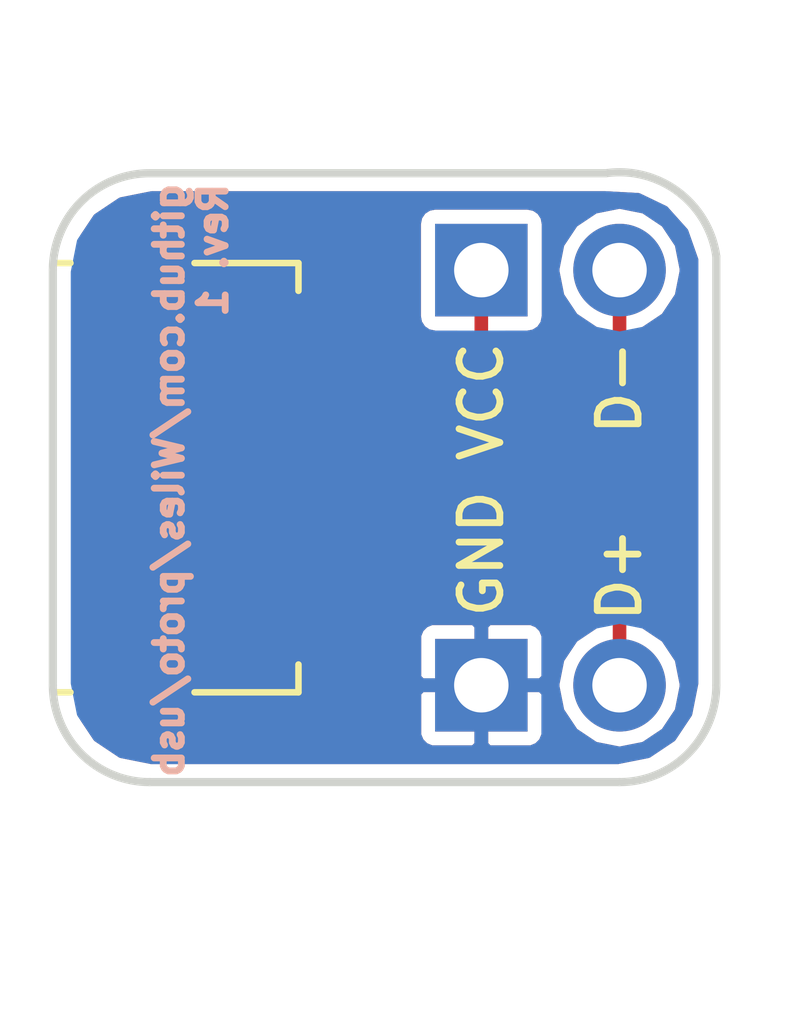
<source format=kicad_pcb>
(kicad_pcb (version 4) (host pcbnew 4.0.6)

  (general
    (links 5)
    (no_connects 0)
    (area 146.990999 113.698948 159.333001 125.043001)
    (thickness 1.6)
    (drawings 13)
    (tracks 9)
    (zones 0)
    (modules 3)
    (nets 5)
  )

  (page A4)
  (layers
    (0 F.Cu signal)
    (31 B.Cu signal)
    (32 B.Adhes user)
    (33 F.Adhes user)
    (34 B.Paste user)
    (35 F.Paste user)
    (36 B.SilkS user)
    (37 F.SilkS user)
    (38 B.Mask user)
    (39 F.Mask user)
    (40 Dwgs.User user)
    (41 Cmts.User user)
    (42 Eco1.User user)
    (43 Eco2.User user)
    (44 Edge.Cuts user)
    (45 Margin user)
    (46 B.CrtYd user)
    (47 F.CrtYd user)
    (48 B.Fab user)
    (49 F.Fab user)
  )

  (setup
    (last_trace_width 0.25)
    (trace_clearance 0.2)
    (zone_clearance 0.254)
    (zone_45_only no)
    (trace_min 0.2)
    (segment_width 0.2)
    (edge_width 0.15)
    (via_size 0.6)
    (via_drill 0.4)
    (via_min_size 0.4)
    (via_min_drill 0.3)
    (uvia_size 0.3)
    (uvia_drill 0.1)
    (uvias_allowed no)
    (uvia_min_size 0.2)
    (uvia_min_drill 0.1)
    (pcb_text_width 0.3)
    (pcb_text_size 1.5 1.5)
    (mod_edge_width 0.15)
    (mod_text_size 1 1)
    (mod_text_width 0.15)
    (pad_size 1.7 1.7)
    (pad_drill 1)
    (pad_to_mask_clearance 0.2)
    (aux_axis_origin 0 0)
    (visible_elements 7FFFFFFF)
    (pcbplotparams
      (layerselection 0x00030_80000001)
      (usegerberextensions false)
      (excludeedgelayer true)
      (linewidth 0.100000)
      (plotframeref false)
      (viasonmask false)
      (mode 1)
      (useauxorigin false)
      (hpglpennumber 1)
      (hpglpenspeed 20)
      (hpglpendiameter 15)
      (hpglpenoverlay 2)
      (psnegative false)
      (psa4output false)
      (plotreference true)
      (plotvalue true)
      (plotinvisibletext false)
      (padsonsilk false)
      (subtractmaskfromsilk false)
      (outputformat 1)
      (mirror false)
      (drillshape 1)
      (scaleselection 1)
      (outputdirectory ""))
  )

  (net 0 "")
  (net 1 VCC)
  (net 2 GND)
  (net 3 /D-)
  (net 4 /D+)

  (net_class Default "This is the default net class."
    (clearance 0.2)
    (trace_width 0.25)
    (via_dia 0.6)
    (via_drill 0.4)
    (uvia_dia 0.3)
    (uvia_drill 0.1)
    (add_net /D+)
    (add_net /D-)
    (add_net GND)
    (add_net VCC)
  )

  (module Connectors_Molex:USB_Micro-B_Molex_47346-0001 (layer F.Cu) (tedit 5946CA74) (tstamp 5946C61E)
    (at 149.86 119.38)
    (descr http://www.molex.com/pdm_docs/sd/473460001_sd.pdf)
    (tags "Micro-USB SMD")
    (path /5946C53E)
    (attr smd)
    (fp_text reference J1 (at 0.07 5.84) (layer F.SilkS) hide
      (effects (font (size 1 1) (thickness 0.15)))
    )
    (fp_text value USB_B (at 0.07 -5.97) (layer F.Fab)
      (effects (font (size 1 1) (thickness 0.15)))
    )
    (fp_text user "PCB Front Edge" (at -2.85 7.62 90) (layer Dwgs.User)
      (effects (font (size 0.4 0.4) (thickness 0.04)))
    )
    (fp_line (start 1.72 3.94) (end 1.72 3.43) (layer F.SilkS) (width 0.12))
    (fp_line (start -3.74 4.6) (end -3.74 -4.6) (layer F.CrtYd) (width 0.05))
    (fp_line (start 2.52 4.6) (end -3.74 4.6) (layer F.CrtYd) (width 0.05))
    (fp_line (start 2.52 -4.6) (end 2.52 4.6) (layer F.CrtYd) (width 0.05))
    (fp_line (start -3.74 -4.6) (end 2.52 -4.6) (layer F.CrtYd) (width 0.05))
    (fp_line (start -3.48 3.75) (end -3.48 -3.75) (layer F.Fab) (width 0.1))
    (fp_line (start 1.52 3.75) (end -3.48 3.75) (layer F.Fab) (width 0.1))
    (fp_line (start 1.52 -3.75) (end 1.52 3.75) (layer F.Fab) (width 0.1))
    (fp_line (start -3.48 -3.75) (end 1.52 -3.75) (layer F.Fab) (width 0.1))
    (fp_line (start -2.47 3.94) (end -2.73 3.94) (layer F.SilkS) (width 0.12))
    (fp_line (start 1.72 3.94) (end -0.19 3.94) (layer F.SilkS) (width 0.12))
    (fp_line (start 1.72 -3.94) (end 1.72 -3.43) (layer F.SilkS) (width 0.12))
    (fp_line (start -0.19 -3.94) (end 1.72 -3.94) (layer F.SilkS) (width 0.12))
    (fp_line (start -2.73 -3.94) (end -2.47 -3.94) (layer F.SilkS) (width 0.12))
    (fp_line (start -2.78 -5) (end -2.78 5) (layer Dwgs.User) (width 0.15))
    (pad 1 smd rect (at 1.33 -1.3) (size 1.38 0.45) (layers F.Cu F.Paste F.Mask)
      (net 1 VCC))
    (pad 2 smd rect (at 1.33 -0.65) (size 1.38 0.45) (layers F.Cu F.Paste F.Mask)
      (net 3 /D-))
    (pad 3 smd rect (at 1.33 0) (size 1.38 0.45) (layers F.Cu F.Paste F.Mask)
      (net 4 /D+))
    (pad 4 smd rect (at 1.33 0.65) (size 1.38 0.45) (layers F.Cu F.Paste F.Mask)
      (net 2 GND))
    (pad 5 smd rect (at 1.33 1.3) (size 1.38 0.45) (layers F.Cu F.Paste F.Mask)
      (net 2 GND))
    (pad 6 smd rect (at 0.97 -2.4625) (size 2.1 1.475) (layers F.Cu F.Paste F.Mask))
    (pad 6 smd rect (at 0.97 2.4625) (size 2.1 1.475) (layers F.Cu F.Paste F.Mask))
    (pad 6 smd rect (at -1.33 -2.91) (size 1.9 2.375) (layers F.Cu F.Paste F.Mask))
    (pad 6 smd rect (at -1.33 2.91) (size 1.9 2.375) (layers F.Cu F.Paste F.Mask))
    (pad 6 smd rect (at -1.33 -0.84) (size 1.9 1.175) (layers F.Cu F.Paste F.Mask))
    (pad 6 smd rect (at -1.33 0.84) (size 1.9 1.175) (layers F.Cu F.Paste F.Mask))
    (model Connectors_Molex.3dshapes/USB_Micro-B_Molex_47346-0001.wrl
      (at (xyz -0.05 0 0.05))
      (scale (xyz 0.39 0.39 0.39))
      (rotate (xyz -90 0 90))
    )
  )

  (module proto:Pin_Header_Straight_1x02_Pitch2.54mm (layer F.Cu) (tedit 5946ECA0) (tstamp 5946C72E)
    (at 154.94 123.19 90)
    (descr "Through hole straight pin header, 1x02, 2.54mm pitch, single row")
    (tags "Through hole pin header THT 1x02 2.54mm single row")
    (path /5946C747)
    (fp_text reference J2 (at 0 -2.33 90) (layer F.SilkS) hide
      (effects (font (size 1 1) (thickness 0.15)))
    )
    (fp_text value CONN_01X02 (at 0 4.87 90) (layer F.Fab)
      (effects (font (size 1 1) (thickness 0.15)))
    )
    (fp_line (start -1.27 -1.27) (end -1.27 3.81) (layer F.Fab) (width 0.1))
    (fp_line (start -1.27 3.81) (end 1.27 3.81) (layer F.Fab) (width 0.1))
    (fp_line (start 1.27 3.81) (end 1.27 -1.27) (layer F.Fab) (width 0.1))
    (fp_line (start 1.27 -1.27) (end -1.27 -1.27) (layer F.Fab) (width 0.1))
    (fp_line (start -1.8 -1.8) (end -1.8 4.35) (layer F.CrtYd) (width 0.05))
    (fp_line (start -1.8 4.35) (end 1.8 4.35) (layer F.CrtYd) (width 0.05))
    (fp_line (start 1.8 4.35) (end 1.8 -1.8) (layer F.CrtYd) (width 0.05))
    (fp_line (start 1.8 -1.8) (end -1.8 -1.8) (layer F.CrtYd) (width 0.05))
    (fp_text user %R (at 0 -2.33 90) (layer F.Fab)
      (effects (font (size 1 1) (thickness 0.15)))
    )
    (pad 1 thru_hole rect (at 0 0 90) (size 1.7 1.7) (drill 1) (layers *.Cu *.Mask)
      (net 2 GND))
    (pad 2 thru_hole oval (at 0 2.54 90) (size 1.7 1.7) (drill 1) (layers *.Cu *.Mask)
      (net 4 /D+))
    (model ${KISYS3DMOD}/Pin_Headers.3dshapes/Pin_Header_Straight_1x02_Pitch2.54mm.wrl
      (at (xyz 0 -0.05 0))
      (scale (xyz 1 1 1))
      (rotate (xyz 0 0 90))
    )
  )

  (module proto:Pin_Header_Straight_1x02_Pitch2.54mm (layer F.Cu) (tedit 5946ECA0) (tstamp 5946C756)
    (at 154.94 115.57 90)
    (descr "Through hole straight pin header, 1x02, 2.54mm pitch, single row")
    (tags "Through hole pin header THT 1x02 2.54mm single row")
    (path /5946C794)
    (fp_text reference J3 (at 0 -2.33 90) (layer F.SilkS) hide
      (effects (font (size 1 1) (thickness 0.15)))
    )
    (fp_text value CONN_01X02 (at 0 4.87 90) (layer F.Fab)
      (effects (font (size 1 1) (thickness 0.15)))
    )
    (fp_line (start -1.27 -1.27) (end -1.27 3.81) (layer F.Fab) (width 0.1))
    (fp_line (start -1.27 3.81) (end 1.27 3.81) (layer F.Fab) (width 0.1))
    (fp_line (start 1.27 3.81) (end 1.27 -1.27) (layer F.Fab) (width 0.1))
    (fp_line (start 1.27 -1.27) (end -1.27 -1.27) (layer F.Fab) (width 0.1))
    (fp_line (start -1.8 -1.8) (end -1.8 4.35) (layer F.CrtYd) (width 0.05))
    (fp_line (start -1.8 4.35) (end 1.8 4.35) (layer F.CrtYd) (width 0.05))
    (fp_line (start 1.8 4.35) (end 1.8 -1.8) (layer F.CrtYd) (width 0.05))
    (fp_line (start 1.8 -1.8) (end -1.8 -1.8) (layer F.CrtYd) (width 0.05))
    (fp_text user %R (at 0 -2.33 90) (layer F.Fab)
      (effects (font (size 1 1) (thickness 0.15)))
    )
    (pad 1 thru_hole rect (at 0 0 90) (size 1.7 1.7) (drill 1) (layers *.Cu *.Mask)
      (net 1 VCC))
    (pad 2 thru_hole oval (at 0 2.54 90) (size 1.7 1.7) (drill 1) (layers *.Cu *.Mask)
      (net 3 /D-))
    (model ${KISYS3DMOD}/Pin_Headers.3dshapes/Pin_Header_Straight_1x02_Pitch2.54mm.wrl
      (at (xyz 0 -0.05 0))
      (scale (xyz 1 1 1))
      (rotate (xyz 0 0 90))
    )
  )

  (gr_text "github.com/Wiles/proto/usb\nRev. 1" (at 149.606 113.919 90) (layer B.SilkS)
    (effects (font (size 0.5 0.5) (thickness 0.125)) (justify left mirror))
  )
  (gr_text D- (at 157.48 117.729 90) (layer F.SilkS)
    (effects (font (size 0.75 0.75) (thickness 0.125)))
  )
  (gr_text D+ (at 157.48 121.158 90) (layer F.SilkS)
    (effects (font (size 0.75 0.75) (thickness 0.125)))
  )
  (gr_text VCC (at 154.94 117.983 90) (layer F.SilkS)
    (effects (font (size 0.75 0.75) (thickness 0.125)))
  )
  (gr_text GND (at 154.94 120.777 90) (layer F.SilkS)
    (effects (font (size 0.75 0.75) (thickness 0.125)))
  )
  (gr_line (start 147.066 123.19) (end 147.066 115.57) (angle 90) (layer Edge.Cuts) (width 0.15))
  (gr_line (start 157.48 124.968) (end 148.844 124.968) (angle 90) (layer Edge.Cuts) (width 0.15))
  (gr_line (start 157.226 113.792) (end 148.844 113.792) (angle 90) (layer Edge.Cuts) (width 0.15))
  (gr_line (start 159.258 123.19) (end 159.258 115.316) (angle 90) (layer Edge.Cuts) (width 0.15))
  (gr_arc (start 148.844 115.57) (end 147.066 115.57) (angle 90) (layer Edge.Cuts) (width 0.15))
  (gr_arc (start 148.844 123.19) (end 148.844 124.968) (angle 90) (layer Edge.Cuts) (width 0.15))
  (gr_arc (start 157.48 123.19) (end 159.258 123.19) (angle 90) (layer Edge.Cuts) (width 0.15))
  (gr_arc (start 157.48 115.57) (end 157.226 113.792) (angle 90) (layer Edge.Cuts) (width 0.15))

  (segment (start 151.19 118.08) (end 154.208 118.08) (width 0.25) (layer F.Cu) (net 1))
  (segment (start 154.94 117.348) (end 154.94 115.57) (width 0.25) (layer F.Cu) (net 1) (tstamp 5946C9AF))
  (segment (start 154.208 118.08) (end 154.94 117.348) (width 0.25) (layer F.Cu) (net 1) (tstamp 5946C9A6))
  (segment (start 151.19 118.73) (end 156.733 118.73) (width 0.25) (layer F.Cu) (net 3))
  (segment (start 157.48 117.983) (end 157.48 115.57) (width 0.25) (layer F.Cu) (net 3) (tstamp 5946C99D))
  (segment (start 156.733 118.73) (end 157.48 117.983) (width 0.25) (layer F.Cu) (net 3) (tstamp 5946C993))
  (segment (start 151.19 119.38) (end 156.718 119.38) (width 0.25) (layer F.Cu) (net 4))
  (segment (start 157.48 120.142) (end 157.48 123.19) (width 0.25) (layer F.Cu) (net 4) (tstamp 5946C940))
  (segment (start 156.718 119.38) (end 157.48 120.142) (width 0.25) (layer F.Cu) (net 4) (tstamp 5946C93A))

  (zone (net 2) (net_name GND) (layer F.Cu) (tstamp 5946C8C1) (hatch edge 0.508)
    (connect_pads (clearance 0.254))
    (min_thickness 0.127)
    (fill yes (arc_segments 16) (thermal_gap 0.254) (thermal_bridge_width 0.254))
    (polygon
      (pts
        (xy 152.908 113.792) (xy 159.258 113.792) (xy 159.258 124.968) (xy 147.066 124.968) (xy 147.066 113.792)
      )
    )
    (filled_polygon
      (pts
        (xy 157.826427 114.21781) (xy 158.317517 114.45331) (xy 158.681103 114.858817) (xy 158.8655 115.383021) (xy 158.8655 123.151343)
        (xy 158.752931 123.717265) (xy 158.45426 124.164258) (xy 158.007265 124.462931) (xy 157.441343 124.5755) (xy 148.882657 124.5755)
        (xy 148.316735 124.462931) (xy 147.869742 124.16426) (xy 147.627166 123.80122) (xy 149.48 123.80122) (xy 149.597658 123.779081)
        (xy 149.705721 123.709545) (xy 149.778215 123.603445) (xy 149.80372 123.4775) (xy 149.80372 123.332875) (xy 153.7725 123.332875)
        (xy 153.7725 124.103155) (xy 153.820837 124.21985) (xy 153.910151 124.309164) (xy 154.026846 124.3575) (xy 154.797125 124.3575)
        (xy 154.8765 124.278125) (xy 154.8765 123.2535) (xy 155.0035 123.2535) (xy 155.0035 124.278125) (xy 155.082875 124.3575)
        (xy 155.853154 124.3575) (xy 155.969849 124.309164) (xy 156.059163 124.21985) (xy 156.1075 124.103155) (xy 156.1075 123.332875)
        (xy 156.028125 123.2535) (xy 155.0035 123.2535) (xy 154.8765 123.2535) (xy 153.851875 123.2535) (xy 153.7725 123.332875)
        (xy 149.80372 123.332875) (xy 149.80372 122.90372) (xy 151.88 122.90372) (xy 151.997658 122.881581) (xy 152.105721 122.812045)
        (xy 152.178215 122.705945) (xy 152.20372 122.58) (xy 152.20372 122.276845) (xy 153.7725 122.276845) (xy 153.7725 123.047125)
        (xy 153.851875 123.1265) (xy 154.8765 123.1265) (xy 154.8765 122.101875) (xy 155.0035 122.101875) (xy 155.0035 123.1265)
        (xy 156.028125 123.1265) (xy 156.1075 123.047125) (xy 156.1075 122.276845) (xy 156.059163 122.16015) (xy 155.969849 122.070836)
        (xy 155.853154 122.0225) (xy 155.082875 122.0225) (xy 155.0035 122.101875) (xy 154.8765 122.101875) (xy 154.797125 122.0225)
        (xy 154.026846 122.0225) (xy 153.910151 122.070836) (xy 153.820837 122.16015) (xy 153.7725 122.276845) (xy 152.20372 122.276845)
        (xy 152.20372 121.105) (xy 152.184071 121.000575) (xy 152.1975 120.968154) (xy 152.1975 120.822875) (xy 152.118125 120.7435)
        (xy 151.2535 120.7435) (xy 151.2535 120.7635) (xy 151.1265 120.7635) (xy 151.1265 120.7435) (xy 150.261875 120.7435)
        (xy 150.224095 120.78128) (xy 149.80372 120.78128) (xy 149.80372 120.172875) (xy 150.1825 120.172875) (xy 150.1825 120.318154)
        (xy 150.197762 120.355) (xy 150.1825 120.391846) (xy 150.1825 120.537125) (xy 150.261875 120.6165) (xy 151.1265 120.6165)
        (xy 151.1265 120.0935) (xy 151.2535 120.0935) (xy 151.2535 120.6165) (xy 152.118125 120.6165) (xy 152.1975 120.537125)
        (xy 152.1975 120.391846) (xy 152.182238 120.355) (xy 152.1975 120.318154) (xy 152.1975 120.172875) (xy 152.118125 120.0935)
        (xy 151.2535 120.0935) (xy 151.1265 120.0935) (xy 150.261875 120.0935) (xy 150.1825 120.172875) (xy 149.80372 120.172875)
        (xy 149.80372 119.6325) (xy 149.781581 119.514842) (xy 149.712045 119.406779) (xy 149.673376 119.380358) (xy 149.705721 119.359545)
        (xy 149.778215 119.253445) (xy 149.80372 119.1275) (xy 149.80372 117.97872) (xy 150.17628 117.97872) (xy 150.17628 118.305)
        (xy 150.195787 118.408672) (xy 150.17628 118.505) (xy 150.17628 118.955) (xy 150.195787 119.058672) (xy 150.17628 119.155)
        (xy 150.17628 119.605) (xy 150.195929 119.709425) (xy 150.1825 119.741846) (xy 150.1825 119.887125) (xy 150.261875 119.9665)
        (xy 151.1265 119.9665) (xy 151.1265 119.9465) (xy 151.2535 119.9465) (xy 151.2535 119.9665) (xy 152.118125 119.9665)
        (xy 152.1975 119.887125) (xy 152.1975 119.8225) (xy 156.53471 119.8225) (xy 157.0375 120.32529) (xy 157.0375 122.087646)
        (xy 157.033217 122.088498) (xy 156.654453 122.34158) (xy 156.401371 122.720344) (xy 156.3125 123.167127) (xy 156.3125 123.212873)
        (xy 156.401371 123.659656) (xy 156.654453 124.03842) (xy 157.033217 124.291502) (xy 157.48 124.380373) (xy 157.926783 124.291502)
        (xy 158.305547 124.03842) (xy 158.558629 123.659656) (xy 158.6475 123.212873) (xy 158.6475 123.167127) (xy 158.558629 122.720344)
        (xy 158.305547 122.34158) (xy 157.926783 122.088498) (xy 157.9225 122.087646) (xy 157.9225 120.142005) (xy 157.922501 120.142)
        (xy 157.888817 119.972662) (xy 157.792895 119.829105) (xy 157.030895 119.067105) (xy 157.020279 119.060011) (xy 157.045895 119.042895)
        (xy 157.792892 118.295897) (xy 157.792895 118.295895) (xy 157.869478 118.18128) (xy 157.888817 118.152338) (xy 157.922501 117.983)
        (xy 157.9225 117.982995) (xy 157.9225 116.672354) (xy 157.926783 116.671502) (xy 158.305547 116.41842) (xy 158.558629 116.039656)
        (xy 158.6475 115.592873) (xy 158.6475 115.547127) (xy 158.558629 115.100344) (xy 158.305547 114.72158) (xy 157.926783 114.468498)
        (xy 157.48 114.379627) (xy 157.033217 114.468498) (xy 156.654453 114.72158) (xy 156.401371 115.100344) (xy 156.3125 115.547127)
        (xy 156.3125 115.592873) (xy 156.401371 116.039656) (xy 156.654453 116.41842) (xy 157.033217 116.671502) (xy 157.0375 116.672354)
        (xy 157.0375 117.799711) (xy 156.54971 118.2875) (xy 154.62629 118.2875) (xy 155.252895 117.660895) (xy 155.324708 117.553419)
        (xy 155.348817 117.517337) (xy 155.3825 117.348) (xy 155.3825 116.74372) (xy 155.79 116.74372) (xy 155.907658 116.721581)
        (xy 156.015721 116.652045) (xy 156.088215 116.545945) (xy 156.11372 116.42) (xy 156.11372 114.72) (xy 156.091581 114.602342)
        (xy 156.022045 114.494279) (xy 155.915945 114.421785) (xy 155.79 114.39628) (xy 154.09 114.39628) (xy 153.972342 114.418419)
        (xy 153.864279 114.487955) (xy 153.791785 114.594055) (xy 153.76628 114.72) (xy 153.76628 116.42) (xy 153.788419 116.537658)
        (xy 153.857955 116.645721) (xy 153.964055 116.718215) (xy 154.09 116.74372) (xy 154.4975 116.74372) (xy 154.4975 117.16471)
        (xy 154.02471 117.6375) (xy 152.20372 117.6375) (xy 152.20372 116.18) (xy 152.181581 116.062342) (xy 152.112045 115.954279)
        (xy 152.005945 115.881785) (xy 151.88 115.85628) (xy 149.80372 115.85628) (xy 149.80372 115.2825) (xy 149.781581 115.164842)
        (xy 149.712045 115.056779) (xy 149.605945 114.984285) (xy 149.48 114.95878) (xy 147.627166 114.95878) (xy 147.869742 114.59574)
        (xy 148.316735 114.297069) (xy 148.882657 114.1845) (xy 157.215316 114.1845)
      )
    )
  )
  (zone (net 2) (net_name GND) (layer B.Cu) (tstamp 5946C8C1) (hatch edge 0.508)
    (connect_pads (clearance 0.254))
    (min_thickness 0.127)
    (fill yes (arc_segments 16) (thermal_gap 0.254) (thermal_bridge_width 0.254))
    (polygon
      (pts
        (xy 152.908 113.792) (xy 159.258 113.792) (xy 159.258 124.968) (xy 147.066 124.968) (xy 147.066 113.792)
      )
    )
    (filled_polygon
      (pts
        (xy 157.826427 114.21781) (xy 158.317517 114.45331) (xy 158.681103 114.858817) (xy 158.8655 115.383021) (xy 158.8655 123.151343)
        (xy 158.752931 123.717265) (xy 158.45426 124.164258) (xy 158.007265 124.462931) (xy 157.441343 124.5755) (xy 148.882657 124.5755)
        (xy 148.316735 124.462931) (xy 147.869742 124.16426) (xy 147.571069 123.717265) (xy 147.494609 123.332875) (xy 153.7725 123.332875)
        (xy 153.7725 124.103155) (xy 153.820837 124.21985) (xy 153.910151 124.309164) (xy 154.026846 124.3575) (xy 154.797125 124.3575)
        (xy 154.8765 124.278125) (xy 154.8765 123.2535) (xy 155.0035 123.2535) (xy 155.0035 124.278125) (xy 155.082875 124.3575)
        (xy 155.853154 124.3575) (xy 155.969849 124.309164) (xy 156.059163 124.21985) (xy 156.1075 124.103155) (xy 156.1075 123.332875)
        (xy 156.028125 123.2535) (xy 155.0035 123.2535) (xy 154.8765 123.2535) (xy 153.851875 123.2535) (xy 153.7725 123.332875)
        (xy 147.494609 123.332875) (xy 147.46164 123.167127) (xy 156.3125 123.167127) (xy 156.3125 123.212873) (xy 156.401371 123.659656)
        (xy 156.654453 124.03842) (xy 157.033217 124.291502) (xy 157.48 124.380373) (xy 157.926783 124.291502) (xy 158.305547 124.03842)
        (xy 158.558629 123.659656) (xy 158.6475 123.212873) (xy 158.6475 123.167127) (xy 158.558629 122.720344) (xy 158.305547 122.34158)
        (xy 157.926783 122.088498) (xy 157.48 121.999627) (xy 157.033217 122.088498) (xy 156.654453 122.34158) (xy 156.401371 122.720344)
        (xy 156.3125 123.167127) (xy 147.46164 123.167127) (xy 147.4585 123.151343) (xy 147.4585 122.276845) (xy 153.7725 122.276845)
        (xy 153.7725 123.047125) (xy 153.851875 123.1265) (xy 154.8765 123.1265) (xy 154.8765 122.101875) (xy 155.0035 122.101875)
        (xy 155.0035 123.1265) (xy 156.028125 123.1265) (xy 156.1075 123.047125) (xy 156.1075 122.276845) (xy 156.059163 122.16015)
        (xy 155.969849 122.070836) (xy 155.853154 122.0225) (xy 155.082875 122.0225) (xy 155.0035 122.101875) (xy 154.8765 122.101875)
        (xy 154.797125 122.0225) (xy 154.026846 122.0225) (xy 153.910151 122.070836) (xy 153.820837 122.16015) (xy 153.7725 122.276845)
        (xy 147.4585 122.276845) (xy 147.4585 115.608657) (xy 147.571069 115.042735) (xy 147.786713 114.72) (xy 153.76628 114.72)
        (xy 153.76628 116.42) (xy 153.788419 116.537658) (xy 153.857955 116.645721) (xy 153.964055 116.718215) (xy 154.09 116.74372)
        (xy 155.79 116.74372) (xy 155.907658 116.721581) (xy 156.015721 116.652045) (xy 156.088215 116.545945) (xy 156.11372 116.42)
        (xy 156.11372 115.547127) (xy 156.3125 115.547127) (xy 156.3125 115.592873) (xy 156.401371 116.039656) (xy 156.654453 116.41842)
        (xy 157.033217 116.671502) (xy 157.48 116.760373) (xy 157.926783 116.671502) (xy 158.305547 116.41842) (xy 158.558629 116.039656)
        (xy 158.6475 115.592873) (xy 158.6475 115.547127) (xy 158.558629 115.100344) (xy 158.305547 114.72158) (xy 157.926783 114.468498)
        (xy 157.48 114.379627) (xy 157.033217 114.468498) (xy 156.654453 114.72158) (xy 156.401371 115.100344) (xy 156.3125 115.547127)
        (xy 156.11372 115.547127) (xy 156.11372 114.72) (xy 156.091581 114.602342) (xy 156.022045 114.494279) (xy 155.915945 114.421785)
        (xy 155.79 114.39628) (xy 154.09 114.39628) (xy 153.972342 114.418419) (xy 153.864279 114.487955) (xy 153.791785 114.594055)
        (xy 153.76628 114.72) (xy 147.786713 114.72) (xy 147.869742 114.59574) (xy 148.316735 114.297069) (xy 148.882657 114.1845)
        (xy 157.215316 114.1845)
      )
    )
  )
)

</source>
